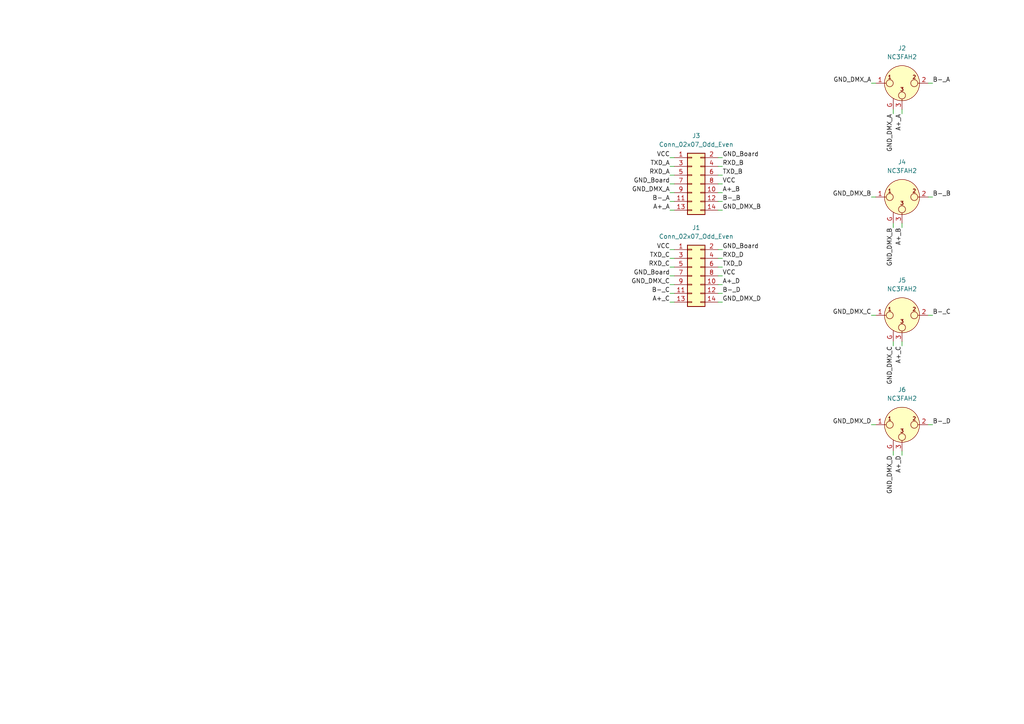
<source format=kicad_sch>
(kicad_sch (version 20250114) (generator "eeschema") (generator_version "9.0")
  (paper "A4")
  (lib_symbols
    (symbol "Connector_Audio:NC3FAH2" (pin_names (hide yes))
      (property "Reference" "J" (at 0 8.89 0))
      (property "Value" "NC3FAH2" (at 0 6.35 0))
      (symbol "NC3FAH2_0_1"
        (polyline (pts (xy -5.08 0) (xy -4.572 0)))
        (circle (center -3.556 0) (radius 1.016))
        (polyline (pts (xy -2.54 -5.08) (xy -2.54 -4.445)))
        (circle (center 0 0) (radius 5.08) (fill (type background)))
        (circle (center 0 -3.556) (radius 1.016))
        (polyline (pts (xy 0 -5.08) (xy 0 -4.572)))
        (circle (center 3.556 0) (radius 1.016))
        (polyline (pts (xy 5.08 0) (xy 4.572 0)))
        (text "1" (at -3.556 1.778 0) (effects (font (size 1.016 1.016) (bold yes))))
        (text "3" (at 0 -1.778 0) (effects (font (size 1.016 1.016) (bold yes))))
        (text "2" (at 3.556 1.778 0) (effects (font (size 1.016 1.016) (bold yes))))
        (pin passive line (at -7.62 0 0) (length 2.54) (name "~") (number "1"))
        (pin passive line (at 0 -7.62 90) (length 2.54) (name "~") (number "3"))
        (pin passive line (at 7.62 0 180) (length 2.54) (name "~") (number "2"))
      )
      (symbol "NC3FAH2_1_1"
        (pin passive line (at -2.54 -7.62 90) (length 2.54) (name "~") (number "G"))
      )
    )
    (symbol "Connector_Generic:Conn_02x07_Odd_Even" (pin_names (offset 1.016) (hide yes))
      (property "Reference" "J" (at 1.27 10.16 0))
      (property "Value" "Conn_02x07_Odd_Even" (at 1.27 -10.16 0))
      (symbol "Conn_02x07_Odd_Even_1_1"
        (rectangle (start -1.27 8.89) (end 3.81 -8.89) (stroke (width 0.254)) (fill (type background)))
        (rectangle (start -1.27 7.747) (end 0 7.493) (stroke (width 0.1524)))
        (rectangle (start -1.27 5.207) (end 0 4.953) (stroke (width 0.1524)))
        (rectangle (start -1.27 2.667) (end 0 2.413) (stroke (width 0.1524)))
        (rectangle (start -1.27 0.127) (end 0 -0.127) (stroke (width 0.1524)))
        (rectangle (start -1.27 -2.413) (end 0 -2.667) (stroke (width 0.1524)))
        (rectangle (start -1.27 -4.953) (end 0 -5.207) (stroke (width 0.1524)))
        (rectangle (start -1.27 -7.493) (end 0 -7.747) (stroke (width 0.1524)))
        (rectangle (start 3.81 7.747) (end 2.54 7.493) (stroke (width 0.1524)))
        (rectangle (start 3.81 5.207) (end 2.54 4.953) (stroke (width 0.1524)))
        (rectangle (start 3.81 2.667) (end 2.54 2.413) (stroke (width 0.1524)))
        (rectangle (start 3.81 0.127) (end 2.54 -0.127) (stroke (width 0.1524)))
        (rectangle (start 3.81 -2.413) (end 2.54 -2.667) (stroke (width 0.1524)))
        (rectangle (start 3.81 -4.953) (end 2.54 -5.207) (stroke (width 0.1524)))
        (rectangle (start 3.81 -7.493) (end 2.54 -7.747) (stroke (width 0.1524)))
        (pin passive line (at -5.08 7.62 0) (length 3.81) (name "Pin_1") (number "1"))
        (pin passive line (at -5.08 5.08 0) (length 3.81) (name "Pin_3") (number "3"))
        (pin passive line (at -5.08 2.54 0) (length 3.81) (name "Pin_5") (number "5"))
        (pin passive line (at -5.08 0 0) (length 3.81) (name "Pin_7") (number "7"))
        (pin passive line (at -5.08 -2.54 0) (length 3.81) (name "Pin_9") (number "9"))
        (pin passive line (at -5.08 -5.08 0) (length 3.81) (name "Pin_11") (number "11"))
        (pin passive line (at -5.08 -7.62 0) (length 3.81) (name "Pin_13") (number "13"))
        (pin passive line (at 7.62 7.62 180) (length 3.81) (name "Pin_2") (number "2"))
        (pin passive line (at 7.62 5.08 180) (length 3.81) (name "Pin_4") (number "4"))
        (pin passive line (at 7.62 2.54 180) (length 3.81) (name "Pin_6") (number "6"))
        (pin passive line (at 7.62 0 180) (length 3.81) (name "Pin_8") (number "8"))
        (pin passive line (at 7.62 -2.54 180) (length 3.81) (name "Pin_10") (number "10"))
        (pin passive line (at 7.62 -5.08 180) (length 3.81) (name "Pin_12") (number "12"))
        (pin passive line (at 7.62 -7.62 180) (length 3.81) (name "Pin_14") (number "14"))
      )
    )
  )
  (wire (pts (xy 209.55 82.55) (xy 208.28 82.55)))
  (wire (pts (xy 194.31 87.63) (xy 195.58 87.63)))
  (wire (pts (xy 194.31 77.47) (xy 195.58 77.47)))
  (wire (pts (xy 209.55 45.72) (xy 208.28 45.72)))
  (wire (pts (xy 269.24 24.13) (xy 270.51 24.13)))
  (wire (pts (xy 209.55 74.93) (xy 208.28 74.93)))
  (wire (pts (xy 194.31 60.96) (xy 195.58 60.96)))
  (wire (pts (xy 209.55 50.8) (xy 208.28 50.8)))
  (wire (pts (xy 194.31 53.34) (xy 195.58 53.34)))
  (wire (pts (xy 194.31 58.42) (xy 195.58 58.42)))
  (wire (pts (xy 194.31 50.8) (xy 195.58 50.8)))
  (wire (pts (xy 194.31 72.39) (xy 195.58 72.39)))
  (wire (pts (xy 252.73 123.19) (xy 254 123.19)))
  (wire (pts (xy 209.55 85.09) (xy 208.28 85.09)))
  (wire (pts (xy 209.55 87.63) (xy 208.28 87.63)))
  (wire (pts (xy 269.24 91.44) (xy 270.51 91.44)))
  (wire (pts (xy 209.55 72.39) (xy 208.28 72.39)))
  (wire (pts (xy 252.73 24.13) (xy 254 24.13)))
  (wire (pts (xy 259.08 64.77) (xy 259.08 66.04)))
  (wire (pts (xy 261.62 31.75) (xy 261.62 33.02)))
  (wire (pts (xy 209.55 80.01) (xy 208.28 80.01)))
  (wire (pts (xy 194.31 74.93) (xy 195.58 74.93)))
  (wire (pts (xy 269.24 57.15) (xy 270.51 57.15)))
  (wire (pts (xy 209.55 55.88) (xy 208.28 55.88)))
  (wire (pts (xy 209.55 48.26) (xy 208.28 48.26)))
  (wire (pts (xy 209.55 60.96) (xy 208.28 60.96)))
  (wire (pts (xy 209.55 58.42) (xy 208.28 58.42)))
  (wire (pts (xy 194.31 80.01) (xy 195.58 80.01)))
  (wire (pts (xy 209.55 77.47) (xy 208.28 77.47)))
  (wire (pts (xy 194.31 45.72) (xy 195.58 45.72)))
  (wire (pts (xy 194.31 55.88) (xy 195.58 55.88)))
  (wire (pts (xy 194.31 82.55) (xy 195.58 82.55)))
  (wire (pts (xy 194.31 85.09) (xy 195.58 85.09)))
  (wire (pts (xy 269.24 123.19) (xy 270.51 123.19)))
  (wire (pts (xy 252.73 91.44) (xy 254 91.44)))
  (wire (pts (xy 252.73 57.15) (xy 254 57.15)))
  (wire (pts (xy 261.62 64.77) (xy 261.62 66.04)))
  (wire (pts (xy 209.55 53.34) (xy 208.28 53.34)))
  (wire (pts (xy 259.08 31.75) (xy 259.08 33.02)))
  (wire (pts (xy 261.62 99.06) (xy 261.62 100.33)))
  (wire (pts (xy 259.08 99.06) (xy 259.08 100.33)))
  (wire (pts (xy 194.31 48.26) (xy 195.58 48.26)))
  (wire (pts (xy 261.62 130.81) (xy 261.62 132.08)))
  (wire (pts (xy 259.08 130.81) (xy 259.08 132.08)))
  (label "A+_B" (at 209.55 55.88 0))
  (label "A+_D" (at 261.62 132.08 270))
  (label "B-_C" (at 270.51 91.44 0))
  (label "B-_C" (at 194.31 85.09 180))
  (label "A+_A" (at 261.62 33.02 270))
  (label "GND_DMX_A" (at 259.08 33.02 270))
  (label "GND_Board" (at 194.31 80.01 180))
  (label "A+_C" (at 194.31 87.63 180))
  (label "GND_DMX_C" (at 252.73 91.44 180))
  (label "GND_Board" (at 209.55 72.39 0))
  (label "B-_A" (at 270.51 24.13 0))
  (label "RXD_D" (at 209.55 74.93 0))
  (label "GND_DMX_D" (at 209.55 87.63 0))
  (label "GND_DMX_B" (at 259.08 66.04 270))
  (label "GND_Board" (at 209.55 45.72 0))
  (label "GND_DMX_B" (at 209.55 60.96 0))
  (label "GND_DMX_B" (at 252.73 57.15 180))
  (label "B-_A" (at 194.31 58.42 180))
  (label "B-_D" (at 270.51 123.19 0))
  (label "GND_Board" (at 194.31 53.34 180))
  (label "GND_DMX_C" (at 259.08 100.33 270))
  (label "B-_D" (at 209.55 85.09 0))
  (label "RXD_A" (at 194.31 50.8 180))
  (label "GND_DMX_D" (at 259.08 132.08 270))
  (label "TXD_C" (at 194.31 74.93 180))
  (label "RXD_B" (at 209.55 48.26 0))
  (label "TXD_D" (at 209.55 77.47 0))
  (label "A+_B" (at 261.62 66.04 270))
  (label "RXD_C" (at 194.31 77.47 180))
  (label "VCC" (at 194.31 72.39 180))
  (label "GND_DMX_C" (at 194.31 82.55 180))
  (label "A+_D" (at 209.55 82.55 0))
  (label "VCC" (at 194.31 45.72 180))
  (label "B-_B" (at 209.55 58.42 0))
  (label "VCC" (at 209.55 80.01 0))
  (label "TXD_B" (at 209.55 50.8 0))
  (label "A+_A" (at 194.31 60.96 180))
  (label "GND_DMX_A" (at 194.31 55.88 180))
  (label "VCC" (at 209.55 53.34 0))
  (label "GND_DMX_A" (at 252.73 24.13 180))
  (label "A+_C" (at 261.62 100.33 270))
  (label "B-_B" (at 270.51 57.15 0))
  (label "TXD_A" (at 194.31 48.26 180))
  (label "GND_DMX_D" (at 252.73 123.19 180))
  (symbol (lib_id "Connector_Generic:Conn_02x07_Odd_Even") (at 200.66 53.34 0) (unit 1)
    (property "Reference" "J3" (at 201.93 39.37 0))
    (property "Value" "Conn_02x07_Odd_Even" (at 201.93 41.91 0))
    (property "Footprint" "Connector_PinHeader_2.54mm:PinHeader_2x07_P2.54mm_Vertical" (effects (hide yes)))
    (property "Description" "Generic connector, double row, 02x07, odd/even pin numbering scheme (row 1 odd numbers, row 2 even numbers), script generated (kicad-library-utils/schlib/autogen/connector/)" (effects (hide yes)))
  )
  (symbol (lib_id "Connector_Audio:NC3FAH2") (at 261.62 24.13 0) (unit 1)
    (property "Reference" "J2" (at 261.62 13.97 0))
    (property "Value" "NC3FAH2" (at 261.62 16.51 0))
    (property "Footprint" "Connector_Audio:Jack_XLR_Neutrik_NC3MBH_Horizontal" (effects (hide yes)))
    (property "Datasheet" "https://www.neutrik.com/en/product/nc3fah2" (effects (hide yes)))
    (property "Description" "A Series, 3 pole female XLR receptacle, grounding: separate ground contact to mating connector shell and front panel, horizontal PCB mount" (effects (hide yes)))
  )
  (symbol (lib_id "Connector_Audio:NC3FAH2") (at 261.62 123.19 0) (unit 1)
    (property "Reference" "J6" (at 261.62 113.03 0))
    (property "Value" "NC3FAH2" (at 261.62 115.57 0))
    (property "Footprint" "Connector_Audio:Jack_XLR_Neutrik_NC3MBH_Horizontal" (effects (hide yes)))
    (property "Datasheet" "https://www.neutrik.com/en/product/nc3fah2" (effects (hide yes)))
    (property "Description" "A Series, 3 pole female XLR receptacle, grounding: separate ground contact to mating connector shell and front panel, horizontal PCB mount" (effects (hide yes)))
  )
  (symbol (lib_id "Connector_Generic:Conn_02x07_Odd_Even") (at 200.66 80.01 0) (unit 1)
    (property "Reference" "J1" (at 201.93 66.04 0))
    (property "Value" "Conn_02x07_Odd_Even" (at 201.93 68.58 0))
    (property "Footprint" "Connector_PinHeader_2.54mm:PinHeader_2x07_P2.54mm_Vertical" (effects (hide yes)))
    (property "Description" "Generic connector, double row, 02x07, odd/even pin numbering scheme (row 1 odd numbers, row 2 even numbers), script generated (kicad-library-utils/schlib/autogen/connector/)" (effects (hide yes)))
  )
  (symbol (lib_id "Connector_Audio:NC3FAH2") (at 261.62 91.44 0) (unit 1)
    (property "Reference" "J5" (at 261.62 81.28 0))
    (property "Value" "NC3FAH2" (at 261.62 83.82 0))
    (property "Footprint" "Connector_Audio:Jack_XLR_Neutrik_NC3MBH_Horizontal" (effects (hide yes)))
    (property "Datasheet" "https://www.neutrik.com/en/product/nc3fah2" (effects (hide yes)))
    (property "Description" "A Series, 3 pole female XLR receptacle, grounding: separate ground contact to mating connector shell and front panel, horizontal PCB mount" (effects (hide yes)))
  )
  (symbol (lib_id "Connector_Audio:NC3FAH2") (at 261.62 57.15 0) (unit 1)
    (property "Reference" "J4" (at 261.62 46.99 0))
    (property "Value" "NC3FAH2" (at 261.62 49.53 0))
    (property "Footprint" "Connector_Audio:Jack_XLR_Neutrik_NC3MBH_Horizontal" (effects (hide yes)))
    (property "Datasheet" "https://www.neutrik.com/en/product/nc3fah2" (effects (hide yes)))
    (property "Description" "A Series, 3 pole female XLR receptacle, grounding: separate ground contact to mating connector shell and front panel, horizontal PCB mount" (effects (hide yes)))
  )
)
</source>
